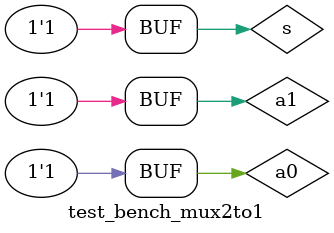
<source format=v>
module mux2to1(sel, i1, i0, f);
    input i0, i1, sel;
    output f;
    wire nsel, w1, w2;
  
    not(nsel, sel);
    and(w1, i0, nsel);
    and(w2, i1, sel);
    or(f, w1, w2);
  
endmodule

module test_bench_mux2to1;
  reg s, a1, a0;
  wire f_t;
  
  mux2to1 m(.sel(s), .i1(a1), .i0(a0), .f(f_t));
  initial begin
    $monitor("sel = %b: i0 = %b, i1 = %b f = %b", s, a0, a1, f_t);
    s = 1'b0; a1=1'b0; a0=1'b0;
    #10
    s = 1'b0; a1=1'b1; a0=1'b1;
    #10
    s = 1'b0; a1=1'b1; a0=1'b0;
    #10
    s = 1'b0; a1=1'b1; a0=1'b1;
    #10
    s = 1'b1; a1=1'b0; a0=1'b0;
    #10
    s = 1'b1; a1=1'b0; a0=1'b1;
    #10
    s = 1'b1; a1=1'b1; a0=1'b0;
    #10
    s = 1'b1; a1=1'b1; a0=1'b1;
  end
endmodule

</source>
